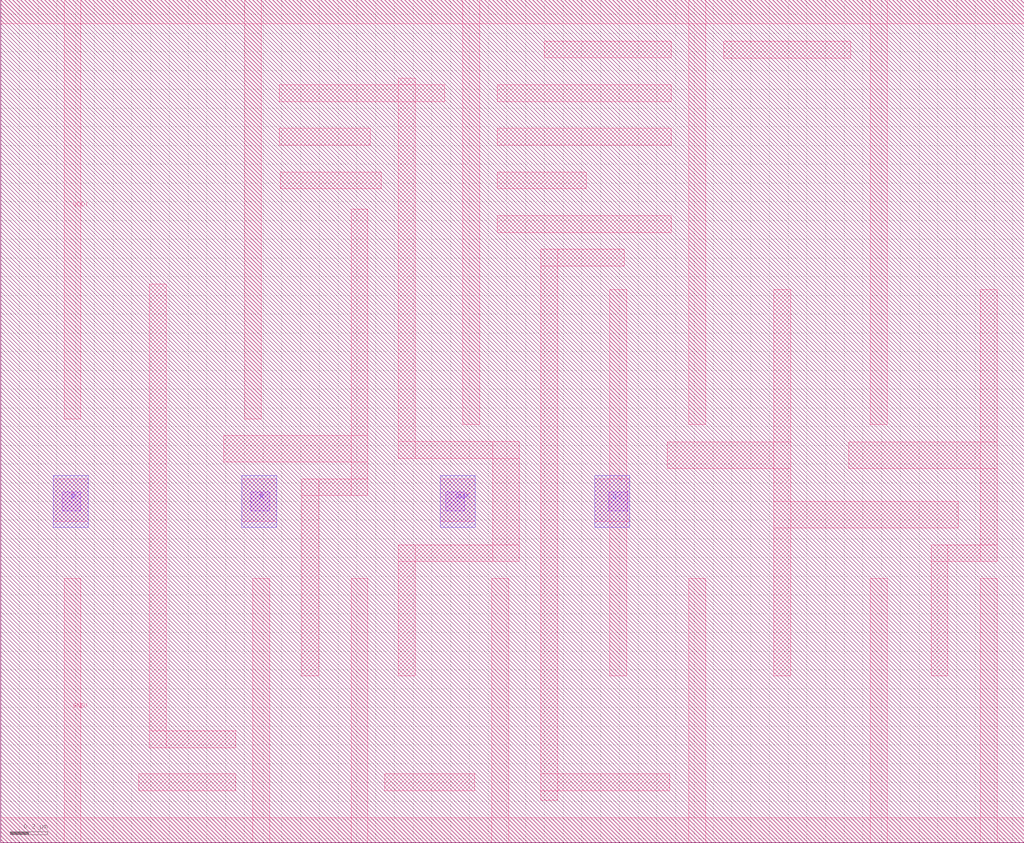
<source format=lef>
NAMESCASESENSITIVE ON ;
BUSBITCHARS "[]" ;

UNITS
  DATABASE MICRONS 1000 ;
END UNITS

MANUFACTURINGGRID 0.001 ;

DIVIDERCHAR "/" ;

LAYER M1
  TYPE ROUTING ;
  DIRECTION HORIZONTAL ;
  PITCH 0.26 0.26 ;
  WIDTH 0.14 ;
  AREA 0.042 ;
  SPACING 0.09 ;
  SPACING 0.19 RANGE 1.76 4 ;
  SPACING 0.29 RANGE 4 8 ;
  SPACING 1.05 RANGE 8 25 ;
  SPACING 1.85 RANGE 25 100000 ;
END M1

LAYER V1
  TYPE CUT ;
END V1

LAYER M2
  TYPE ROUTING ;
  DIRECTION VERTICAL ;
  PITCH 0.26 0.26 ;
  WIDTH 0.14 ;
  AREA 0.052 ;
  SPACING 0.1 ;
  SPACING 0.19 RANGE 1.76 4 ;
  SPACING 0.29 RANGE 4 8 ;
  SPACING 1.05 RANGE 8 25 ;
  SPACING 1.85 RANGE 25 100000 ;
END M2

LAYER V2
  TYPE CUT ;
END V2

LAYER M3
  TYPE ROUTING ;
  DIRECTION HORIZONTAL ;
  PITCH 0.26 0.26 ;
  WIDTH 0.14 ;
  AREA 0.052 ;
  SPACING 0.1 ;
  SPACING 0.19 RANGE 1.76 4 ;
  SPACING 0.29 RANGE 4 8 ;
  SPACING 1.05 RANGE 8 25 ;
  SPACING 1.85 RANGE 25 100000 ;
END M3

LAYER V3
  TYPE CUT ;
END V3

LAYER M4
  TYPE ROUTING ;
  DIRECTION VERTICAL ;
  PITCH 0.26 0.26 ;
  WIDTH 0.14 ;
  AREA 0.052 ;
  SPACING 0.1 ;
  SPACING 0.19 RANGE 1.76 4 ;
  SPACING 0.29 RANGE 4 8 ;
  SPACING 1.05 RANGE 8 25 ;
  SPACING 1.85 RANGE 25 100000 ;
END M4

LAYER V4
  TYPE CUT ;
END V4

LAYER M5
  TYPE ROUTING ;
  DIRECTION HORIZONTAL ;
  PITCH 0.26 0.26 ;
  WIDTH 0.14 ;
  AREA 0.052 ;
  SPACING 0.1 ;
  SPACING 0.19 RANGE 1.76 4 ;
  SPACING 0.29 RANGE 4 8 ;
  SPACING 1.05 RANGE 8 25 ;
  SPACING 1.85 RANGE 25 100000 ;
END M5

LAYER V5
  TYPE CUT ;
END V5

LAYER M6
  TYPE ROUTING ;
  DIRECTION VERTICAL ;
  PITCH 0.26 0.26 ;
  WIDTH 0.14 ;
  AREA 0.052 ;
  SPACING 0.1 ;
  SPACING 0.19 RANGE 1.76 4 ;
  SPACING 0.29 RANGE 4 8 ;
  SPACING 1.05 RANGE 8 25 ;
  SPACING 1.85 RANGE 25 100000 ;
  END M6

LAYER OVERLAP
  TYPE OVERLAP ;
END OVERLAP

SPACING
  SAMENET M1  M1    0.09 STACK ;
  SAMENET M2  M2    0.1 STACK ;
  SAMENET M3  M3    0.1 STACK ;
  SAMENET M4  M4    0.1 STACK ;
  SAMENET M5  M5    0.1 STACK ;
  SAMENET M6  M6    0.1 STACK ;
  SAMENET V1  V1    0.1 ;
  SAMENET V2  V2    0.1 ;
  SAMENET V3  V3    0.1 ;
  SAMENET V4  V4    0.1 ;
  SAMENET V5  V5    0.1 ;
  SAMENET V1  V2    0.00 STACK ;
  SAMENET V2  V3    0.00 STACK ;
  SAMENET V3  V4    0.00 STACK ;
  SAMENET V4  V5    0.00 STACK ;
  SAMENET V1  V3    0.00 STACK ;
  SAMENET V2  V4    0.00 STACK ;
  SAMENET V3  V5    0.00 STACK ;
  SAMENET V1  V4    0.00 STACK ;
  SAMENET V2  V5    0.00 STACK ;
  SAMENET V1  V5    0.00 STACK ;
END SPACING


VIA via5 DEFAULT
  LAYER M5 ;
    RECT -0.07 -0.07 0.07 0.07 ;
  LAYER V5 ;
    RECT -0.05 -0.05 0.05 0.05 ;
  LAYER M6 ;
    RECT -0.07 -0.07 0.07 0.07 ;
END via5

VIA via4 DEFAULT
  LAYER M4 ;
    RECT -0.07 -0.07 0.07 0.07 ;
  LAYER V4 ;
    RECT -0.05 -0.05 0.05 0.05 ;
  LAYER M5 ;
    RECT -0.07 -0.07 0.07 0.07 ;
END via4

VIA via3 DEFAULT
  LAYER M4 ;
    RECT -0.07 -0.07 0.07 0.07 ;
  LAYER V3 ;
    RECT -0.05 -0.05 0.05 0.05 ;
  LAYER M3 ;
    RECT -0.07 -0.07 0.07 0.07 ;
END via3

VIA via2 DEFAULT
  LAYER M3 ;
    RECT -0.07 -0.07 0.07 0.07 ;
  LAYER V2 ;
    RECT -0.05 -0.05 0.05 0.05 ;
  LAYER M2 ;
    RECT -0.07 -0.07 0.07 0.07 ;
END via2

VIA via1 DEFAULT
  LAYER M2 ;
    RECT -0.07 -0.07 0.07 0.07 ;
  LAYER V1 ;
    RECT -0.05 -0.05 0.05 0.05 ;
  LAYER M1 ;
    RECT -0.07 -0.07 0.07 0.07 ;
END via1


VIARULE via1Array GENERATE
  LAYER M1 ;
  DIRECTION HORIZONTAL ;
  OVERHANG 0.045 ;
    METALOVERHANG 0 ;
  LAYER M2 ;
  DIRECTION VERTICAL ;
    OVERHANG 0.045 ;
    METALOVERHANG 0 ;
  LAYER V1 ;
    RECT -0.05 -0.05 0.05 0.05 ;
    SPACING 0.2 BY 0.2 ;
END via1Array


VIARULE via2Array GENERATE
  LAYER M3 ;
    DIRECTION HORIZONTAL ;
    OVERHANG 0.03 ;
    METALOVERHANG 0 ;
  LAYER M2 ;
  DIRECTION VERTICAL ;
    OVERHANG 0.03 ;
    METALOVERHANG 0 ;
  LAYER V2 ;
    RECT -0.05 -0.05 0.05 0.05 ;
    SPACING 0.2 BY 0.2 ;
END via2Array


VIARULE via3Array GENERATE
  LAYER M3 ;
    DIRECTION HORIZONTAL ;
    OVERHANG 0.03 ;
    METALOVERHANG 0 ;
  LAYER M4 ;
    DIRECTION VERTICAL ;
    OVERHANG 0.03 ;
    METALOVERHANG 0 ;
  LAYER V3 ;
    RECT -0.05 -0.05 0.05 0.05 ;
    SPACING 0.2 BY 0.2 ;
END via3Array

VIARULE via4Array GENERATE
  LAYER M5 ;
    DIRECTION HORIZONTAL ;
    OVERHANG 0.03 ;
    METALOVERHANG 0 ;
  LAYER M4 ;
    DIRECTION VERTICAL ;
    OVERHANG 0.03 ;
    METALOVERHANG 0 ;
  LAYER V4 ;
    RECT -0.05 -0.05 0.05 0.05 ;
    SPACING 0.2 BY 0.2 ;
END via4Array

VIARULE via5Array GENERATE
  LAYER M5 ;
    DIRECTION HORIZONTAL ;
    OVERHANG 0.03 ;
    METALOVERHANG 0 ;
  LAYER M6 ;
    DIRECTION VERTICAL ;
    OVERHANG 0.045 ;
    METALOVERHANG 0 ;
  LAYER V5 ;
    RECT -0.05 -0.05 0.05 0.05 ;
    SPACING 0.2 BY 0.2 ;
END via5Array

VIARULE TURNM1 GENERATE
  LAYER M1 ;
    DIRECTION HORIZONTAL ;
  LAYER M1 ;
    DIRECTION VERTICAL ;
END TURNM1

VIARULE TURNM2 GENERATE
  LAYER M2 ;
    DIRECTION HORIZONTAL ;
  LAYER M2 ;
    DIRECTION VERTICAL ;
END TURNM2

VIARULE TURNM3 GENERATE
  LAYER M3 ;
    DIRECTION HORIZONTAL ;
  LAYER M3 ;
    DIRECTION VERTICAL ;
END TURNM3

VIARULE TURNM4 GENERATE
  LAYER M4 ;
    DIRECTION HORIZONTAL ;
  LAYER M4 ;
    DIRECTION VERTICAL ;
END TURNM4

VIARULE TURNM5 GENERATE
  LAYER M5 ;
    DIRECTION HORIZONTAL ;
  LAYER M5 ;
    DIRECTION VERTICAL ;
END TURNM5

VIARULE TURNM6 GENERATE
  LAYER M6 ;
    DIRECTION HORIZONTAL ;
  LAYER M6 ;
    DIRECTION VERTICAL ;
END TURNM6


SITE  CoreSite
    CLASS       CORE ;
    SYMMETRY    Y ;
    SYMMETRY    X ;
    SIZE        0.260 BY 4.5 ;
END  CoreSite

SITE  TDCoverSite
    CLASS       CORE ;
    SIZE        0.0500 BY 0.0500 ;
END  TDCoverSite

SITE  SBlockSite
    CLASS       CORE ;
    SIZE        0.0500 BY 0.0500 ;
END  SBlockSite

SITE  PortCellSite
    CLASS       PAD ;
    SIZE        0.0500 BY 0.0500 ;
END  PortCellSite

SITE  Core
    CLASS       CORE ;
    SYMMETRY    Y ;
    SYMMETRY    X ;
    SIZE        0.260 BY 4.5 ;
END  Core




MACRO AOI21
  CLASS CORE ;
  ORIGIN 0 1.823 ;
  FOREIGN AOI21 0 -1.823 ;
  SIZE 2.08 BY 4.5 ;
  SYMMETRY X Y ;
  SITE CoreSite ;
  PIN A
    DIRECTION INPUT ;
    USE SIGNAL ;
    PORT
      LAYER M1 ;
        RECT 0.811 -0.107 0.997 0.121 ;
      LAYER M2 ;
        RECT 0.811 -0.14 0.997 0.14 ;
      LAYER V1 ;
        RECT 0.88 -0.05 0.98 0.05 ;
    END
  END A
  PIN B
    DIRECTION INPUT ;
    USE SIGNAL ;
    PORT
      LAYER M1 ;
        RECT 0.299 -0.107 0.485 0.121 ;
      LAYER M2 ;
        RECT 0.299 -0.14 0.485 0.14 ;
      LAYER V1 ;
        RECT 0.368 -0.05 0.468 0.05 ;
    END
  END B
  PIN C
    DIRECTION INPUT ;
    USE SIGNAL ;
    PORT
      LAYER M1 ;
        RECT 1.323 -0.107 1.509 0.121 ;
      LAYER M2 ;
        RECT 1.323 -0.14 1.509 0.14 ;
      LAYER V1 ;
        RECT 1.392 -0.05 1.492 0.05 ;
    END
  END C
  PIN OUT
    DIRECTION OUTPUT ;
    USE SIGNAL ;
    PORT
      LAYER M1 ;
        RECT 1.675 -0.107 1.861 0.121 ;
        RECT 1.238 -0.287 1.775 -0.197 ;
        RECT 1.68 -0.287 1.77 1.161 ;
        RECT 1.238 -0.931 1.328 -0.197 ;
      LAYER M2 ;
        RECT 1.675 -0.14 1.861 0.14 ;
      LAYER V1 ;
        RECT 1.675 -0.05 1.775 0.05 ;
    END
  END OUT
  PIN GND!
    DIRECTION INOUT ;
    USE GROUND ;
    SHAPE ABUTMENT ;
    PORT
      LAYER M1 ;
        RECT 0 -1.823 2.08 -1.688 ;
        RECT 1.683 -1.823 1.773 -0.411 ;
        RECT 0.361 -1.823 0.451 -0.411 ;
    END
  END GND!
  PIN VDD!
    DIRECTION INOUT ;
    USE POWER ;
    SHAPE ABUTMENT ;
    PORT
      LAYER M1 ;
        RECT 0 2.549 2.08 2.677 ;
        RECT 0.765 0.441 0.855 2.677 ;
    END
  END VDD!
  OBS
    LAYER M1 ;
      RECT 1.278 0.261 1.368 1.161 ;
      RECT 0.375 0.261 0.465 1.161 ;
      RECT 0.375 0.261 1.368 0.351 ;
  END
  
END AOI21

MACRO AOI22
  CLASS CORE ;
  ORIGIN 0 1.823 ;
  FOREIGN AOI22 0 -1.823 ;
  SIZE 2.6 BY 4.5 ;
  SYMMETRY X Y ;
  SITE CoreSite ;
  PIN A
    DIRECTION INPUT ;
    USE SIGNAL ;
    PORT
      LAYER M1 ;
        RECT 0.811 -0.107 0.997 0.121 ;
      LAYER M2 ;
        RECT 0.811 -0.14 0.997 0.14 ;
      LAYER V1 ;
        RECT 0.88 -0.05 0.98 0.05 ;
    END
  END A
  PIN B
    DIRECTION INPUT ;
    USE SIGNAL ;
    PORT
      LAYER M1 ;
        RECT 0.299 -0.107 0.485 0.121 ;
      LAYER M2 ;
        RECT 0.299 -0.14 0.485 0.14 ;
      LAYER V1 ;
        RECT 0.368 -0.05 0.468 0.05 ;
    END
  END B
  PIN C
    DIRECTION INPUT ;
    USE SIGNAL ;
    PORT
      LAYER M1 ;
        RECT 1.323 -0.107 1.509 0.121 ;
      LAYER M2 ;
        RECT 1.323 -0.138 1.509 0.142 ;
      LAYER V1 ;
        RECT 1.392 -0.05 1.492 0.05 ;
    END
  END C
  PIN D
    DIRECTION INPUT ;
    USE SIGNAL ;
    PORT
      LAYER M1 ;
        RECT 2.157 -0.107 2.343 0.121 ;
      LAYER M2 ;
        RECT 2.157 -0.14 2.343 0.14 ;
      LAYER V1 ;
        RECT 2.174 -0.05 2.274 0.05 ;
    END
  END D
  PIN OUT
    DIRECTION OUTPUT ;
    USE SIGNAL ;
    PORT
      LAYER M1 ;
        RECT 1.663 -0.107 1.849 0.121 ;
        RECT 1.673 -0.3 1.763 1.161 ;
        RECT 1.265 -0.3 1.763 -0.21 ;
        RECT 1.265 -0.931 1.355 -0.21 ;
      LAYER M2 ;
        RECT 1.663 -0.14 1.849 0.14 ;
      LAYER V1 ;
        RECT 1.663 -0.05 1.763 0.05 ;
    END
  END OUT
  PIN GND!
    DIRECTION INOUT ;
    USE GROUND ;
    SHAPE ABUTMENT ;
    PORT
      LAYER M1 ;
        RECT 0 -1.823 2.6 -1.688 ;
        RECT 2.192 -1.823 2.282 -0.411 ;
        RECT 0.361 -1.823 0.451 -0.411 ;
    END
  END GND!
  PIN VDD!
    DIRECTION INOUT ;
    USE POWER ;
    SHAPE ABUTMENT ;
    PORT
      LAYER M1 ;
        RECT 0 2.549 2.6 2.677 ;
        RECT 0.854 0.441 0.944 2.677 ;
    END
  END VDD!
  OBS
    LAYER M1 ;
      RECT 1.292 1.993 2.307 2.083 ;
      RECT 2.217 0.441 2.307 2.083 ;
      RECT 1.292 0.258 1.382 2.083 ;
      RECT 0.369 0.258 0.459 1.161 ;
      RECT 0.369 0.258 1.382 0.348 ;
  END
  
END AOI22

MACRO DFF
  CLASS CORE ;
  ORIGIN 0 1.823 ;
  FOREIGN DFF 0 -1.823 ;
  SIZE 5.46 BY 4.5 ;
  SYMMETRY X Y ;
  SITE CoreSite ;
  PIN CLK
    DIRECTION INPUT ;
    USE SIGNAL ;
    PORT
      LAYER M1 ;
        RECT 2.346 -0.107 2.532 0.121 ;
      LAYER M2 ;
        RECT 2.346 -0.14 2.532 0.14 ;
      LAYER V1 ;
        RECT 2.375 -0.05 2.475 0.05 ;
    END
  END CLK
  PIN D
    DIRECTION INPUT ;
    USE SIGNAL ;
    PORT
      LAYER M1 ;
        RECT 0.281 -0.107 0.467 0.121 ;
      LAYER M2 ;
        RECT 0.281 -0.14 0.467 0.14 ;
      LAYER V1 ;
        RECT 0.328 -0.05 0.428 0.05 ;
    END
  END D
  PIN Q
    DIRECTION OUTPUT ;
    USE SIGNAL ;
    PORT
      LAYER M1 ;
        RECT 3.169 -0.107 3.355 0.121 ;
        RECT 3.249 -0.931 3.339 1.13 ;
      LAYER M2 ;
        RECT 3.169 -0.14 3.355 0.14 ;
      LAYER V1 ;
        RECT 3.244 -0.05 3.344 0.05 ;
    END
  END Q
  PIN R
    DIRECTION INPUT ;
    USE SIGNAL ;
    PORT
      LAYER M1 ;
        RECT 1.287 -0.107 1.473 0.121 ;
      LAYER M2 ;
        RECT 1.287 -0.14 1.473 0.14 ;
      LAYER V1 ;
        RECT 1.334 -0.05 1.434 0.05 ;
    END
  END R
  PIN GND!
    DIRECTION INOUT ;
    USE GROUND ;
    SHAPE ABUTMENT ;
    PORT
      LAYER M1 ;
        RECT 0 -1.823 5.46 -1.688 ;
        RECT 5.225 -1.823 5.315 -0.411 ;
        RECT 4.639 -1.823 4.729 -0.411 ;
        RECT 3.671 -1.823 3.761 -0.411 ;
        RECT 2.62 -1.823 2.71 -0.411 ;
        RECT 1.869 -1.823 1.959 -0.411 ;
        RECT 1.344 -1.823 1.434 -0.411 ;
        RECT 0.338 -1.823 0.428 -0.411 ;
    END
  END GND!
  PIN VDD!
    DIRECTION INOUT ;
    USE POWER ;
    SHAPE ABUTMENT ;
    PORT
      LAYER M1 ;
        RECT 0 2.549 5.46 2.677 ;
        RECT 4.639 0.41 4.729 2.677 ;
        RECT 3.671 0.41 3.761 2.677 ;
        RECT 2.465 0.41 2.555 2.677 ;
        RECT 1.301 0.441 1.391 2.677 ;
        RECT 0.338 0.441 0.428 2.677 ;
    END
  END VDD!
  OBS
    LAYER M1 ;
      RECT 5.225 -0.321 5.315 1.13 ;
      RECT 4.524 0.177 5.315 0.317 ;
      RECT 4.963 -0.321 5.315 -0.231 ;
      RECT 4.963 -0.931 5.053 -0.231 ;
      RECT 4.125 -0.931 4.215 1.13 ;
      RECT 3.556 0.177 4.215 0.317 ;
      RECT 4.125 -0.141 5.108 -0.001 ;
      RECT 2.881 1.256 3.327 1.346 ;
      RECT 2.882 -1.594 2.972 1.346 ;
      RECT 2.882 -1.545 3.569 -1.455 ;
      RECT 2.12 0.23 2.21 2.26 ;
      RECT 1.485 2.135 2.37 2.225 ;
      RECT 2.12 0.23 2.765 0.32 ;
      RECT 2.625 -0.321 2.765 0.32 ;
      RECT 2.12 -0.321 2.765 -0.231 ;
      RECT 2.12 -0.931 2.21 -0.231 ;
      RECT 1.869 0.031 1.959 1.561 ;
      RECT 1.191 0.211 1.959 0.351 ;
      RECT 1.606 0.031 1.959 0.121 ;
      RECT 1.606 -0.931 1.696 0.121 ;
      RECT 0.792 -1.315 0.882 1.161 ;
      RECT 0.792 -1.315 1.254 -1.225 ;
      RECT 3.857 2.367 4.534 2.457 ;
      RECT 2.65 1.436 3.577 1.526 ;
      RECT 2.65 1.902 3.577 1.992 ;
      RECT 2.65 2.135 3.577 2.225 ;
      RECT 2.9 2.368 3.577 2.458 ;
      RECT 2.65 1.669 3.123 1.759 ;
      RECT 2.049 -1.545 2.53 -1.455 ;
      RECT 1.49 1.669 2.03 1.759 ;
      RECT 1.485 1.902 1.971 1.992 ;
      RECT 0.737 -1.545 1.254 -1.455 ;
  END
  
END DFF

MACRO INVERTER
  CLASS CORE ;
  ORIGIN 0 1.823 ;
  FOREIGN INVERTER 0 -1.823 ;
  SIZE 1.04 BY 4.5 ;
  SYMMETRY X Y ;
  SITE CoreSite ;
  PIN IN
    DIRECTION INPUT ;
    USE SIGNAL ;
    PORT
      LAYER M1 ;
        RECT 0.299 -0.107 0.485 0.121 ;
      LAYER M2 ;
        RECT 0.299 -0.14 0.485 0.14 ;
      LAYER V1 ;
        RECT 0.368 -0.05 0.468 0.05 ;
    END
  END IN
  PIN OUT
    DIRECTION OUTPUT ;
    USE SIGNAL ;
    PORT
      LAYER M1 ;
        RECT 0.641 -0.107 0.827 0.121 ;
        RECT 0.646 -0.931 0.736 1.161 ;
      LAYER M2 ;
        RECT 0.641 -0.14 0.827 0.14 ;
      LAYER V1 ;
        RECT 0.641 -0.05 0.741 0.05 ;
    END
  END OUT
  PIN GND!
    DIRECTION INOUT ;
    USE GROUND ;
    SHAPE ABUTMENT ;
    PORT
      LAYER M1 ;
        RECT 0 -1.823 1.04 -1.688 ;
        RECT 0.341 -1.823 0.431 -0.411 ;
    END
  END GND!
  PIN VDD!
    DIRECTION INOUT ;
    USE POWER ;
    SHAPE ABUTMENT ;
    PORT
      LAYER M1 ;
        RECT 0 2.549 1.04 2.677 ;
        RECT 0.341 0.441 0.431 2.677 ;
    END
  END VDD!
  
END INVERTER

MACRO MUX21
  CLASS CORE ;
  ORIGIN 0 1.823 ;
  FOREIGN MUX21 0 -1.823 ;
  SIZE 3.12 BY 4.5 ;
  SYMMETRY X Y ;
  SITE CoreSite ;
  PIN A
    DIRECTION INPUT ;
    USE SIGNAL ;
    PORT
      LAYER M1 ;
        RECT 1.133 -0.107 1.319 0.121 ;
      LAYER M2 ;
        RECT 1.133 -0.14 1.319 0.14 ;
      LAYER V1 ;
        RECT 1.15 -0.05 1.25 0.05 ;
    END
  END A
  PIN B
    DIRECTION INPUT ;
    USE SIGNAL ;
    PORT
      LAYER M1 ;
        RECT 2.156 -0.107 2.342 0.121 ;
      LAYER M2 ;
        RECT 2.156 -0.14 2.342 0.14 ;
      LAYER V1 ;
        RECT 2.173 -0.05 2.273 0.05 ;
    END
  END B
  PIN OUT
    DIRECTION OUTPUT ;
    USE SIGNAL ;
    PORT
      LAYER M1 ;
        RECT 2.696 -0.107 2.882 0.121 ;
        RECT 2.705 -0.931 2.795 1.161 ;
      LAYER M2 ;
        RECT 2.696 -0.14 2.882 0.14 ;
      LAYER V1 ;
        RECT 2.696 -0.05 2.796 0.05 ;
    END
  END OUT
  PIN S
    DIRECTION INPUT ;
    USE SIGNAL ;
    PORT
      LAYER M1 ;
        RECT 0.621 -0.107 0.807 0.121 ;
      LAYER M2 ;
        RECT 0.621 -0.14 0.807 0.14 ;
      LAYER V1 ;
        RECT 0.638 -0.05 0.738 0.05 ;
    END
  END S
  PIN GND!
    DIRECTION INOUT ;
    USE GROUND ;
    SHAPE ABUTMENT ;
    PORT
      LAYER M1 ;
        RECT 0 -1.823 3.12 -1.688 ;
        RECT 2.282 -1.823 2.372 -0.411 ;
        RECT 0.754 -1.823 0.844 -0.411 ;
    END
  END GND!
  PIN VDD!
    DIRECTION INOUT ;
    USE POWER ;
    SHAPE ABUTMENT ;
    PORT
      LAYER M1 ;
        RECT 0 2.549 3.12 2.677 ;
        RECT 2.276 0.441 2.366 2.677 ;
        RECT 0.856 0.441 0.946 2.677 ;
    END
  END VDD!
  OBS
    LAYER M1 ;
      RECT 1.698 -1.515 1.788 1.161 ;
      RECT 0.369 -1.433 0.459 2.062 ;
  END
  
END MUX21

MACRO NAND2
  CLASS CORE ;
  ORIGIN 0 1.823 ;
  FOREIGN NAND2 0 -1.823 ;
  SIZE 1.56 BY 4.5 ;
  SYMMETRY X Y ;
  SITE CoreSite ;
  PIN A
    DIRECTION INPUT ;
    USE SIGNAL ;
    PORT
      LAYER M1 ;
        RECT 0.75 -0.107 0.936 0.121 ;
      LAYER M2 ;
        RECT 0.75 -0.14 0.936 0.14 ;
      LAYER V1 ;
        RECT 0.819 -0.05 0.919 0.05 ;
    END
  END A
  PIN B
    DIRECTION INPUT ;
    USE SIGNAL ;
    PORT
      LAYER M1 ;
        RECT 0.299 -0.107 0.485 0.121 ;
      LAYER M2 ;
        RECT 0.299 -0.14 0.485 0.14 ;
      LAYER V1 ;
        RECT 0.368 -0.05 0.468 0.05 ;
    END
  END B
  PIN OUT
    DIRECTION OUTPUT ;
    USE SIGNAL ;
    PORT
      LAYER M1 ;
        RECT 1.102 -0.107 1.288 0.121 ;
        RECT 1.103 -1.327 1.193 1.573 ;
        RECT 0.341 0.458 1.193 0.584 ;
        RECT 0.341 0.458 0.431 1.573 ;
      LAYER M2 ;
        RECT 1.102 -0.14 1.288 0.14 ;
      LAYER V1 ;
        RECT 1.102 -0.05 1.202 0.05 ;
    END
  END OUT
  PIN GND!
    DIRECTION INOUT ;
    USE GROUND ;
    SHAPE ABUTMENT ;
    PORT
      LAYER M1 ;
        RECT 0 -1.823 1.56 -1.688 ;
        RECT 0.341 -1.823 0.431 -0.807 ;
    END
  END GND!
  PIN VDD!
    DIRECTION INOUT ;
    USE POWER ;
    SHAPE ABUTMENT ;
    PORT
      LAYER M1 ;
        RECT 0 2.549 1.56 2.677 ;
        RECT 0.725 0.853 0.815 2.677 ;
    END
  END VDD!
  
END NAND2

MACRO NAND3
  CLASS CORE ;
  ORIGIN 0 1.823 ;
  FOREIGN NAND3 0 -1.823 ;
  SIZE 2.08 BY 4.5 ;
  SYMMETRY X Y ;
  SITE CoreSite ;
  PIN A
    DIRECTION INPUT ;
    USE SIGNAL ;
    PORT
      LAYER M1 ;
        RECT 1.323 -0.107 1.509 0.121 ;
      LAYER M2 ;
        RECT 1.323 -0.14 1.509 0.14 ;
      LAYER V1 ;
        RECT 1.392 -0.05 1.492 0.05 ;
    END
  END A
  PIN B
    DIRECTION INPUT ;
    USE SIGNAL ;
    PORT
      LAYER M1 ;
        RECT 0.811 -0.107 0.997 0.121 ;
      LAYER M2 ;
        RECT 0.811 -0.14 0.997 0.14 ;
      LAYER V1 ;
        RECT 0.88 -0.05 0.98 0.05 ;
    END
  END B
  PIN C
    DIRECTION INPUT ;
    USE SIGNAL ;
    PORT
      LAYER M1 ;
        RECT 0.299 -0.107 0.485 0.121 ;
      LAYER M2 ;
        RECT 0.299 -0.14 0.485 0.14 ;
      LAYER V1 ;
        RECT 0.368 -0.05 0.468 0.05 ;
    END
  END C
  PIN OUT
    DIRECTION OUTPUT ;
    USE SIGNAL ;
    PORT
      LAYER M1 ;
        RECT 1.675 -0.107 1.861 0.121 ;
        RECT 1.679 -0.931 1.769 1.161 ;
        RECT 0.85 0.211 1.769 0.301 ;
        RECT 0.85 0.211 0.94 1.161 ;
      LAYER M2 ;
        RECT 1.675 -0.14 1.861 0.14 ;
      LAYER V1 ;
        RECT 1.675 -0.05 1.775 0.05 ;
    END
  END OUT
  PIN GND!
    DIRECTION INOUT ;
    USE GROUND ;
    SHAPE ABUTMENT ;
    PORT
      LAYER M1 ;
        RECT 0 -1.823 2.08 -1.688 ;
        RECT 0.377 -1.823 0.467 -0.411 ;
    END
  END GND!
  PIN VDD!
    DIRECTION INOUT ;
    USE POWER ;
    SHAPE ABUTMENT ;
    PORT
      LAYER M1 ;
        RECT 0 2.549 2.08 2.677 ;
        RECT 1.239 0.441 1.329 2.677 ;
        RECT 0.369 0.441 0.459 2.677 ;
    END
  END VDD!
  
END NAND3

MACRO NAND4
  CLASS CORE ;
  ORIGIN 0 1.823 ;
  FOREIGN NAND4 0 -1.823 ;
  SIZE 2.6 BY 4.5 ;
  SYMMETRY X Y ;
  SITE CoreSite ;
  PIN A
    DIRECTION INPUT ;
    USE SIGNAL ;
    PORT
      LAYER M1 ;
        RECT 1.835 -0.107 2.021 0.121 ;
      LAYER M2 ;
        RECT 1.835 -0.14 2.021 0.14 ;
      LAYER V1 ;
        RECT 1.904 -0.05 2.004 0.05 ;
    END
  END A
  PIN B
    DIRECTION INPUT ;
    USE SIGNAL ;
    PORT
      LAYER M1 ;
        RECT 1.323 -0.107 1.509 0.121 ;
      LAYER M2 ;
        RECT 1.323 -0.14 1.509 0.14 ;
      LAYER V1 ;
        RECT 1.392 -0.05 1.492 0.05 ;
    END
  END B
  PIN C
    DIRECTION INPUT ;
    USE SIGNAL ;
    PORT
      LAYER M1 ;
        RECT 0.811 -0.107 0.997 0.121 ;
      LAYER M2 ;
        RECT 0.811 -0.14 0.997 0.14 ;
      LAYER V1 ;
        RECT 0.88 -0.05 0.98 0.05 ;
    END
  END C
  PIN D
    DIRECTION INPUT ;
    USE SIGNAL ;
    PORT
      LAYER M1 ;
        RECT 0.299 -0.107 0.485 0.121 ;
      LAYER M2 ;
        RECT 0.299 -0.14 0.485 0.14 ;
      LAYER V1 ;
        RECT 0.368 -0.05 0.468 0.05 ;
    END
  END D
  PIN OUT
    DIRECTION OUTPUT ;
    USE SIGNAL ;
    PORT
      LAYER M1 ;
        RECT 2.187 -0.107 2.373 0.121 ;
        RECT 0.854 0.211 2.282 0.301 ;
        RECT 2.192 -0.931 2.282 0.301 ;
        RECT 1.747 0.211 1.837 1.161 ;
        RECT 0.854 0.211 0.944 1.161 ;
      LAYER M2 ;
        RECT 2.187 -0.14 2.373 0.14 ;
      LAYER V1 ;
        RECT 2.187 -0.05 2.287 0.05 ;
    END
  END OUT
  PIN GND!
    DIRECTION INOUT ;
    USE GROUND ;
    SHAPE ABUTMENT ;
    PORT
      LAYER M1 ;
        RECT 0 -1.816 2.6 -1.688 ;
        RECT 0.377 -1.823 0.467 -0.411 ;
    END
  END GND!
  PIN VDD!
    DIRECTION INOUT ;
    USE POWER ;
    SHAPE ABUTMENT ;
    PORT
      LAYER M1 ;
        RECT 0 2.549 2.6 2.677 ;
        RECT 2.212 0.441 2.302 2.677 ;
        RECT 1.365 0.441 1.455 2.677 ;
        RECT 0.369 0.441 0.459 2.677 ;
    END
  END VDD!
  
END NAND4

MACRO NOR2
  CLASS CORE ;
  ORIGIN 0 1.823 ;
  FOREIGN NOR2 0 -1.823 ;
  SIZE 1.56 BY 4.5 ;
  SYMMETRY X Y ;
  SITE CoreSite ;
  PIN A
    DIRECTION INPUT ;
    USE SIGNAL ;
    PORT
      LAYER M1 ;
        RECT 0.299 -0.107 0.485 0.121 ;
      LAYER M2 ;
        RECT 0.299 -0.14 0.485 0.14 ;
      LAYER V1 ;
        RECT 0.368 -0.05 0.468 0.05 ;
    END
  END A
  PIN B
    DIRECTION INPUT ;
    USE SIGNAL ;
    PORT
      LAYER M1 ;
        RECT 0.75 -0.107 0.936 0.121 ;
      LAYER M2 ;
        RECT 0.75 -0.14 0.936 0.14 ;
      LAYER V1 ;
        RECT 0.819 -0.05 0.919 0.05 ;
    END
  END B
  PIN OUT
    DIRECTION OUTPUT ;
    USE SIGNAL ;
    PORT
      LAYER M1 ;
        RECT 1.101 -0.107 1.287 0.121 ;
        RECT 1.102 -0.931 1.192 1.161 ;
        RECT 0.341 -0.287 1.192 -0.197 ;
        RECT 0.341 -0.931 0.431 -0.197 ;
      LAYER M2 ;
        RECT 1.102 -0.14 1.288 0.14 ;
      LAYER V1 ;
        RECT 1.102 -0.05 1.202 0.05 ;
    END
  END OUT
  PIN GND!
    DIRECTION INOUT ;
    USE GROUND ;
    SHAPE ABUTMENT ;
    PORT
      LAYER M1 ;
        RECT 0 -1.823 1.56 -1.688 ;
        RECT 0.726 -1.823 0.816 -0.411 ;
    END
  END GND!
  PIN VDD!
    DIRECTION INOUT ;
    USE POWER ;
    SHAPE ABUTMENT ;
    PORT
      LAYER M1 ;
        RECT 0 2.549 1.56 2.677 ;
        RECT 0.341 0.441 0.431 2.677 ;
    END
  END VDD!
  
END NOR2

MACRO NOR3
  CLASS CORE ;
  ORIGIN 0 1.823 ;
  FOREIGN NOR3 0 -1.823 ;
  SIZE 2.08 BY 4.5 ;
  SYMMETRY X Y ;
  SITE CoreSite ;
  PIN A
    DIRECTION INPUT ;
    USE SIGNAL ;
    PORT
      LAYER M1 ;
        RECT 0.299 -0.107 0.485 0.121 ;
      LAYER M2 ;
        RECT 0.299 -0.14 0.485 0.14 ;
      LAYER V1 ;
        RECT 0.368 -0.05 0.468 0.05 ;
    END
  END A
  PIN B
    DIRECTION INPUT ;
    USE SIGNAL ;
    PORT
      LAYER M1 ;
        RECT 0.811 -0.107 0.997 0.121 ;
      LAYER M2 ;
        RECT 0.811 -0.14 0.997 0.14 ;
      LAYER V1 ;
        RECT 0.88 -0.05 0.98 0.05 ;
    END
  END B
  PIN C
    DIRECTION INPUT ;
    USE SIGNAL ;
    PORT
      LAYER M1 ;
        RECT 1.323 -0.107 1.509 0.121 ;
      LAYER M2 ;
        RECT 1.323 -0.14 1.509 0.14 ;
      LAYER V1 ;
        RECT 1.392 -0.05 1.492 0.05 ;
    END
  END C
  PIN OUT
    DIRECTION OUTPUT ;
    USE SIGNAL ;
    PORT
      LAYER M1 ;
        RECT 1.675 -0.107 1.861 0.121 ;
        RECT 1.68 -0.93 1.77 1.161 ;
        RECT 0.856 -0.287 1.77 -0.197 ;
        RECT 0.856 -0.927 0.946 -0.197 ;
      LAYER M2 ;
        RECT 1.675 -0.14 1.861 0.14 ;
      LAYER V1 ;
        RECT 1.675 -0.05 1.775 0.05 ;
    END
  END OUT
  PIN GND!
    DIRECTION INOUT ;
    USE GROUND ;
    SHAPE ABUTMENT ;
    PORT
      LAYER M1 ;
        RECT 0 -1.823 2.08 -1.688 ;
        RECT 1.24 -1.823 1.33 -0.41 ;
        RECT 0.377 -1.823 0.467 -0.41 ;
    END
  END GND!
  PIN VDD!
    DIRECTION INOUT ;
    USE POWER ;
    SHAPE ABUTMENT ;
    PORT
      LAYER M1 ;
        RECT 0 2.549 2.08 2.677 ;
        RECT 0.369 0.441 0.459 2.677 ;
    END
  END VDD!
  
END NOR3

MACRO OAI21
  CLASS CORE ;
  ORIGIN 0 1.823 ;
  FOREIGN OAI21 0 -1.823 ;
  SIZE 2.08 BY 4.5 ;
  SYMMETRY X Y ;
  SITE CoreSite ;
  PIN A
    DIRECTION INPUT ;
    USE SIGNAL ;
    PORT
      LAYER M1 ;
        RECT 0.299 -0.107 0.485 0.121 ;
      LAYER M2 ;
        RECT 0.299 -0.14 0.485 0.14 ;
      LAYER V1 ;
        RECT 0.368 -0.05 0.468 0.05 ;
    END
  END A
  PIN B
    DIRECTION INPUT ;
    USE SIGNAL ;
    PORT
      LAYER M1 ;
        RECT 0.811 -0.107 0.997 0.121 ;
      LAYER M2 ;
        RECT 0.811 -0.14 0.997 0.14 ;
      LAYER V1 ;
        RECT 0.88 -0.05 0.98 0.05 ;
    END
  END B
  PIN C
    DIRECTION INPUT ;
    USE SIGNAL ;
    PORT
      LAYER M1 ;
        RECT 1.323 -0.107 1.509 0.121 ;
      LAYER M2 ;
        RECT 1.323 -0.14 1.509 0.14 ;
      LAYER V1 ;
        RECT 1.392 -0.05 1.492 0.05 ;
    END
  END C
  PIN OUT
    DIRECTION OUTPUT ;
    USE SIGNAL ;
    PORT
      LAYER M1 ;
        RECT 1.675 -0.107 1.861 0.121 ;
        RECT 1.269 0.211 1.77 0.301 ;
        RECT 1.68 -0.931 1.77 0.301 ;
        RECT 1.269 0.211 1.359 1.161 ;
      LAYER M2 ;
        RECT 1.675 -0.14 1.861 0.14 ;
      LAYER V1 ;
        RECT 1.675 -0.05 1.775 0.05 ;
    END
  END OUT
  PIN GND!
    DIRECTION INOUT ;
    USE GROUND ;
    SHAPE ABUTMENT ;
    PORT
      LAYER M1 ;
        RECT 0 -1.823 2.08 -1.688 ;
        RECT 0.854 -1.823 0.944 -0.411 ;
    END
  END GND!
  PIN VDD!
    DIRECTION INOUT ;
    USE POWER ;
    SHAPE ABUTMENT ;
    PORT
      LAYER M1 ;
        RECT 0 2.549 2.08 2.677 ;
        RECT 1.701 0.441 1.791 2.677 ;
        RECT 0.369 0.441 0.459 2.677 ;
    END
  END VDD!
  OBS
    LAYER M1 ;
      RECT 0.377 -0.287 1.329 -0.197 ;
      RECT 1.239 -0.931 1.329 -0.197 ;
      RECT 0.377 -0.931 0.467 -0.197 ;
  END
  
END OAI21

MACRO OAI22
  CLASS CORE ;
  ORIGIN 0 1.823 ;
  FOREIGN OAI22 0 -1.823 ;
  SIZE 2.6 BY 4.5 ;
  SYMMETRY X Y ;
  SITE CoreSite ;
  PIN A
    DIRECTION INPUT ;
    USE SIGNAL ;
    PORT
      LAYER M1 ;
        RECT 2.157 -0.107 2.343 0.121 ;
      LAYER M2 ;
        RECT 2.157 -0.14 2.343 0.14 ;
      LAYER V1 ;
        RECT 2.174 -0.05 2.274 0.05 ;
    END
  END A
  PIN B
    DIRECTION INPUT ;
    USE SIGNAL ;
    PORT
      LAYER M1 ;
        RECT 0.299 -0.107 0.485 0.121 ;
      LAYER M2 ;
        RECT 0.299 -0.14 0.485 0.14 ;
      LAYER V1 ;
        RECT 0.368 -0.05 0.468 0.05 ;
    END
  END B
  PIN C
    DIRECTION INPUT ;
    USE SIGNAL ;
    PORT
      LAYER M1 ;
        RECT 1.323 -0.107 1.509 0.121 ;
      LAYER M2 ;
        RECT 1.323 -0.14 1.509 0.14 ;
      LAYER V1 ;
        RECT 1.392 -0.05 1.492 0.05 ;
    END
  END C
  PIN D
    DIRECTION INPUT ;
    USE SIGNAL ;
    PORT
      LAYER M1 ;
        RECT 0.811 -0.107 0.997 0.121 ;
      LAYER M2 ;
        RECT 0.811 -0.14 0.997 0.14 ;
      LAYER V1 ;
        RECT 0.88 -0.05 0.98 0.05 ;
    END
  END D
  PIN OUT
    DIRECTION OUTPUT ;
    USE SIGNAL ;
    PORT
      LAYER M1 ;
        RECT 1.677 -0.107 1.863 0.121 ;
        RECT 1.289 0.211 1.773 0.301 ;
        RECT 1.683 -0.931 1.773 0.301 ;
        RECT 1.289 0.211 1.379 1.161 ;
      LAYER M2 ;
        RECT 1.677 -0.14 1.863 0.14 ;
      LAYER V1 ;
        RECT 1.677 -0.05 1.777 0.05 ;
    END
  END OUT
  PIN GND!
    DIRECTION INOUT ;
    USE GROUND ;
    SHAPE ABUTMENT ;
    PORT
      LAYER M1 ;
        RECT 0 -1.823 2.6 -1.688 ;
        RECT 0.765 -1.823 0.855 -0.411 ;
    END
  END GND!
  PIN VDD!
    DIRECTION INOUT ;
    USE POWER ;
    SHAPE ABUTMENT ;
    PORT
      LAYER M1 ;
        RECT 0 2.549 2.6 2.677 ;
        RECT 2.218 0.441 2.308 2.677 ;
        RECT 0.369 0.441 0.459 2.677 ;
    END
  END VDD!
  OBS
    LAYER M1 ;
      RECT 0.377 -0.287 1.363 -0.197 ;
      RECT 1.273 -1.236 1.363 -0.197 ;
      RECT 0.377 -0.931 0.467 -0.197 ;
      RECT 2.191 -1.236 2.281 -0.411 ;
      RECT 1.273 -1.236 2.281 -1.146 ;
  END
  
END OAI22

MACRO TRI_INV
  CLASS CORE ;
  ORIGIN 0 1.823 ;
  FOREIGN TRI_INV 0 -1.823 ;
  SIZE 2.34 BY 4.5 ;
  SYMMETRY X Y ;
  SITE CoreSite ;
  PIN EN
    DIRECTION INPUT ;
    USE SIGNAL ;
    PORT
      LAYER M1 ;
        RECT 0.621 -0.107 0.807 0.121 ;
      LAYER M2 ;
        RECT 0.621 -0.14 0.807 0.14 ;
      LAYER V1 ;
        RECT 0.638 -0.05 0.738 0.05 ;
    END
  END EN
  PIN IN
    DIRECTION INPUT ;
    USE SIGNAL ;
    PORT
      LAYER M1 ;
        RECT 1.133 -0.107 1.319 0.121 ;
      LAYER M2 ;
        RECT 1.133 -0.14 1.319 0.14 ;
      LAYER V1 ;
        RECT 1.15 -0.05 1.25 0.05 ;
    END
  END IN
  PIN OUT
    DIRECTION OUTPUT ;
    USE SIGNAL ;
    PORT
      LAYER M1 ;
        RECT 1.675 -0.107 1.861 0.121 ;
        RECT 1.68 -0.931 1.77 1.161 ;
      LAYER M2 ;
        RECT 1.675 -0.14 1.861 0.14 ;
      LAYER V1 ;
        RECT 1.675 -0.05 1.775 0.05 ;
    END
  END OUT
  PIN GND!
    DIRECTION INOUT ;
    USE GROUND ;
    SHAPE ABUTMENT ;
    PORT
      LAYER M1 ;
        RECT 0 -1.823 2.34 -1.688 ;
        RECT 0.751 -1.823 0.841 -0.411 ;
    END
  END GND!
  PIN VDD!
    DIRECTION INOUT ;
    USE POWER ;
    SHAPE ABUTMENT ;
    PORT
      LAYER M1 ;
        RECT 0 2.549 2.34 2.677 ;
        RECT 0.857 0.441 0.947 2.677 ;
    END
  END VDD!
  OBS
    LAYER M1 ;
      RECT 1.239 1.251 2.122 1.341 ;
      RECT 2.032 -1.426 2.122 1.341 ;
      RECT 1.239 0.441 1.329 1.341 ;
      RECT 1.241 -1.426 1.331 -0.411 ;
      RECT 1.241 -1.426 2.122 -1.336 ;
      RECT 0.275 -0.931 0.365 2.032 ;
  END
  
END TRI_INV

MACRO XOR2
  CLASS CORE ;
  ORIGIN 0 1.823 ;
  FOREIGN XOR2 0 -1.823 ;
  SIZE 3.12 BY 4.5 ;
  SYMMETRY X Y ;
  SITE CoreSite ;
  PIN A
    DIRECTION INPUT ;
    USE SIGNAL ;
    PORT
      LAYER M1 ;
        RECT 0.75 -0.107 0.936 0.121 ;
      LAYER M2 ;
        RECT 0.75 -0.14 0.936 0.14 ;
      LAYER V1 ;
        RECT 0.819 -0.05 0.919 0.05 ;
    END
  END A
  PIN B
    DIRECTION INPUT ;
    USE SIGNAL ;
    PORT
      LAYER M1 ;
        RECT 0.299 -0.107 0.485 0.121 ;
      LAYER M2 ;
        RECT 0.299 -0.14 0.485 0.14 ;
      LAYER V1 ;
        RECT 0.368 -0.05 0.468 0.05 ;
    END
  END B
  PIN OUT
    DIRECTION OUTPUT ;
    USE SIGNAL ;
    PORT
      LAYER M1 ;
        RECT 2.185 -0.107 2.371 0.121 ;
        RECT 2.188 -0.287 2.278 1.161 ;
        RECT 1.769 -0.287 2.278 -0.197 ;
        RECT 1.769 -0.931 1.859 -0.197 ;
      LAYER M2 ;
        RECT 2.185 -0.14 2.371 0.14 ;
      LAYER V1 ;
        RECT 2.185 -0.05 2.285 0.05 ;
    END
  END OUT
  PIN GND!
    DIRECTION INOUT ;
    USE GROUND ;
    SHAPE ABUTMENT ;
    PORT
      LAYER M1 ;
        RECT 0 -1.823 3.12 -1.688 ;
        RECT 2.683 -1.823 2.773 -0.411 ;
        RECT 1.369 -1.823 1.459 -0.411 ;
        RECT 0.341 -1.823 0.431 -0.411 ;
    END
  END GND!
  PIN VDD!
    DIRECTION INOUT ;
    USE POWER ;
    SHAPE ABUTMENT ;
    PORT
      LAYER M1 ;
        RECT 0 2.549 3.12 2.677 ;
        RECT 1.248 0.441 1.338 2.677 ;
    END
  END VDD!
  OBS
    LAYER M1 ;
      RECT 1.762 1.251 2.785 1.341 ;
      RECT 2.695 0.441 2.785 1.341 ;
      RECT 1.762 0.441 1.852 1.341 ;
      RECT 0.341 0.211 0.431 1.161 ;
      RECT 0.341 0.211 1.455 0.301 ;
      RECT 1.365 -0.287 1.455 0.301 ;
      RECT 0.727 -0.287 1.455 -0.197 ;
      RECT 0.727 -0.931 0.817 -0.197 ;
  END
  
END XOR2

MACRO filler
  CLASS CORE ;
  ORIGIN 0 1.823 ;
  FOREIGN filler 0 -1.823 ;
  SIZE 0.26 BY 4.5 ;
  SYMMETRY X Y ;
  SITE CoreSite ;
  PIN GND!
    DIRECTION INOUT ;
    USE GROUND ;
    SHAPE ABUTMENT ;
    PORT
      LAYER M1 ;
        RECT -0.076 -1.823 0.325 -1.688 ;
    END
  END GND!
  PIN VDD!
    DIRECTION INOUT ;
    USE POWER ;
    SHAPE ABUTMENT ;
    PORT
      LAYER M1 ;
        RECT -0.076 2.549 0.325 2.677 ;
    END
  END VDD!
  
END filler

END LIBRARY

</source>
